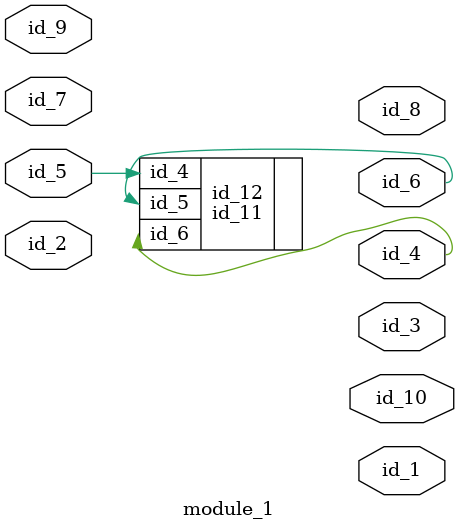
<source format=v>
module module_0 (
    id_1,
    id_2,
    id_3,
    id_4,
    id_5,
    id_6,
    id_7,
    id_8,
    id_9,
    id_10,
    id_11,
    id_12,
    id_13,
    id_14,
    id_15,
    id_16,
    id_17,
    id_18,
    id_19,
    id_20,
    id_21
);
  input id_21;
  output id_20;
  output id_19;
  output id_18;
  output id_17;
  output id_16;
  input id_15;
  input id_14;
  output id_13;
  input id_12;
  output id_11;
  input id_10;
  input id_9;
  output id_8;
  output id_7;
  input id_6;
  input id_5;
  input id_4;
  input id_3;
  output id_2;
  input id_1;
  id_22 id_23 (
      .id_14(id_17[1]),
      .id_11(id_18)
  );
  id_24 id_25 (
      .id_7 (id_16),
      .id_19(1),
      .id_7 (id_19),
      .id_1 (id_2),
      .id_18(id_1),
      .id_6 (id_18)
  );
  id_26 id_27 (
      .id_25(id_8),
      .id_5 (id_14),
      .id_3 (id_3),
      .id_3 (id_1)
  );
endmodule
`resetall
module module_1 (
    id_1,
    id_2,
    id_3,
    id_4,
    id_5,
    id_6,
    id_7,
    id_8,
    id_9,
    id_10
);
  output id_10;
  input id_9;
  output id_8;
  input id_7;
  output id_6;
  input id_5;
  output id_4;
  output id_3;
  input id_2;
  output id_1;
  id_11 id_12 (
      .id_4(id_5),
      .id_5(id_6),
      .id_6(id_4)
  );
endmodule

</source>
